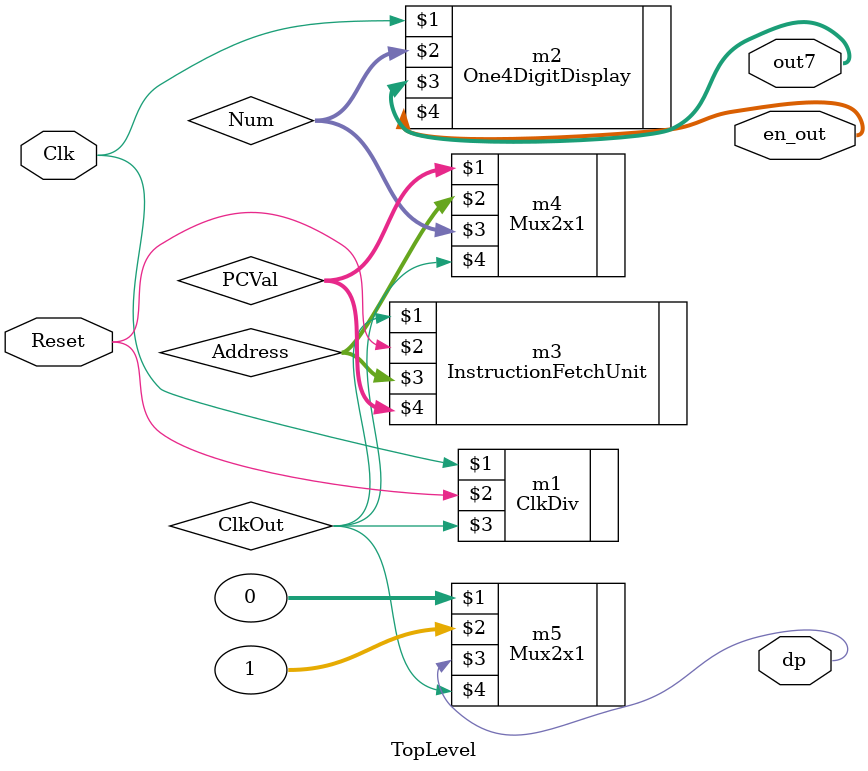
<source format=v>
`timescale 1ns / 1ps


module TopLevel(Clk, Reset, out7, en_out, dp);

input Clk, Reset;
wire [15:0] Address, PCVal, Num;

output [6:0] out7; //seg a, b, ... g
output [3:0] en_out;
output wire dp;

wire ClkOut;

ClkDiv m1(Clk, Reset, ClkOut);

Mux2x1 m4(PCVal, Address, Num, ClkOut);

Mux2x1 m5(0, 1, dp, ClkOut);

One4DigitDisplay m2(Clk, Num, out7, en_out);

InstructionFetchUnit m3(ClkOut, Reset, Address, PCVal);


endmodule

</source>
